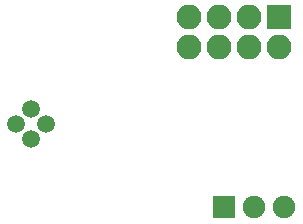
<source format=gbr>
G04 #@! TF.GenerationSoftware,KiCad,Pcbnew,(6.0.0-rc1-dev)*
G04 #@! TF.CreationDate,2018-08-18T01:00:10+02:00*
G04 #@! TF.ProjectId,reference_board,7265666572656E63655F626F6172642E,rev?*
G04 #@! TF.SameCoordinates,Original*
G04 #@! TF.FileFunction,Soldermask,Bot*
G04 #@! TF.FilePolarity,Negative*
%FSLAX46Y46*%
G04 Gerber Fmt 4.6, Leading zero omitted, Abs format (unit mm)*
G04 Created by KiCad (PCBNEW (6.0.0-rc1-dev)) date Sat Aug 18 01:00:10 2018*
%MOMM*%
%LPD*%
G01*
G04 APERTURE LIST*
%ADD10C,1.500000*%
%ADD11R,1.900000X1.900000*%
%ADD12C,1.900000*%
%ADD13R,2.100000X2.100000*%
%ADD14O,2.100000X2.100000*%
G04 APERTURE END LIST*
D10*
G04 #@! TO.C,U2*
X158000000Y-96270000D03*
X158000000Y-93730000D03*
X159270000Y-95000000D03*
X156730000Y-95000000D03*
G04 #@! TD*
D11*
G04 #@! TO.C,RN1*
X174360000Y-102100000D03*
D12*
X176900000Y-102100000D03*
X179440000Y-102100000D03*
G04 #@! TD*
D13*
G04 #@! TO.C,J1*
X179000000Y-86000000D03*
D14*
X179000000Y-88540000D03*
X176460000Y-86000000D03*
X176460000Y-88540000D03*
X173920000Y-86000000D03*
X173920000Y-88540000D03*
X171380000Y-86000000D03*
X171380000Y-88540000D03*
G04 #@! TD*
M02*

</source>
